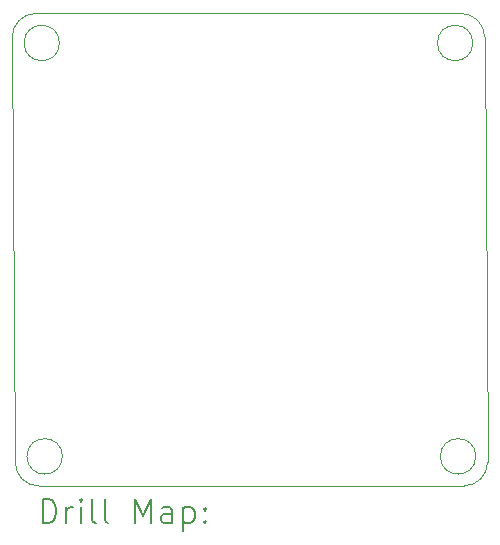
<source format=gbr>
%TF.GenerationSoftware,KiCad,Pcbnew,8.0.3*%
%TF.CreationDate,2025-03-18T19:22:54-05:00*%
%TF.ProjectId,wearable_v2_nrf,77656172-6162-46c6-955f-76325f6e7266,rev?*%
%TF.SameCoordinates,Original*%
%TF.FileFunction,Drillmap*%
%TF.FilePolarity,Positive*%
%FSLAX45Y45*%
G04 Gerber Fmt 4.5, Leading zero omitted, Abs format (unit mm)*
G04 Created by KiCad (PCBNEW 8.0.3) date 2025-03-18 19:22:54*
%MOMM*%
%LPD*%
G01*
G04 APERTURE LIST*
%ADD10C,0.050000*%
%ADD11C,0.200000*%
G04 APERTURE END LIST*
D10*
X8603921Y-5081421D02*
G75*
G02*
X8303921Y-5081421I-150000J0D01*
G01*
X8303921Y-5081421D02*
G75*
G02*
X8603921Y-5081421I150000J0D01*
G01*
X8628921Y-8581421D02*
G75*
G02*
X8328921Y-8581421I-150000J0D01*
G01*
X8328921Y-8581421D02*
G75*
G02*
X8628921Y-8581421I150000J0D01*
G01*
X8428921Y-8831421D02*
G75*
G02*
X8228919Y-8631421I-1J200001D01*
G01*
X12003921Y-4831421D02*
G75*
G02*
X12203919Y-5031421I-1J-199999D01*
G01*
X12128921Y-8581421D02*
G75*
G02*
X11828921Y-8581421I-150000J0D01*
G01*
X11828921Y-8581421D02*
G75*
G02*
X12128921Y-8581421I150000J0D01*
G01*
X8228921Y-8631421D02*
X8203921Y-5031421D01*
X12228921Y-8631421D02*
G75*
G02*
X12028921Y-8831421I-200001J1D01*
G01*
X12103921Y-5081421D02*
G75*
G02*
X11803921Y-5081421I-150000J0D01*
G01*
X11803921Y-5081421D02*
G75*
G02*
X12103921Y-5081421I150000J0D01*
G01*
X8203921Y-5031421D02*
G75*
G02*
X8403921Y-4831421I199999J1D01*
G01*
X8428921Y-8831421D02*
X12028921Y-8831421D01*
X8403921Y-4831421D02*
X12003921Y-4831421D01*
X12203921Y-5031421D02*
X12228921Y-8631421D01*
D11*
X8462198Y-9145405D02*
X8462198Y-8945405D01*
X8462198Y-8945405D02*
X8509817Y-8945405D01*
X8509817Y-8945405D02*
X8538389Y-8954929D01*
X8538389Y-8954929D02*
X8557436Y-8973977D01*
X8557436Y-8973977D02*
X8566960Y-8993024D01*
X8566960Y-8993024D02*
X8576484Y-9031119D01*
X8576484Y-9031119D02*
X8576484Y-9059691D01*
X8576484Y-9059691D02*
X8566960Y-9097786D01*
X8566960Y-9097786D02*
X8557436Y-9116834D01*
X8557436Y-9116834D02*
X8538389Y-9135881D01*
X8538389Y-9135881D02*
X8509817Y-9145405D01*
X8509817Y-9145405D02*
X8462198Y-9145405D01*
X8662198Y-9145405D02*
X8662198Y-9012072D01*
X8662198Y-9050167D02*
X8671722Y-9031119D01*
X8671722Y-9031119D02*
X8681246Y-9021596D01*
X8681246Y-9021596D02*
X8700293Y-9012072D01*
X8700293Y-9012072D02*
X8719341Y-9012072D01*
X8786008Y-9145405D02*
X8786008Y-9012072D01*
X8786008Y-8945405D02*
X8776484Y-8954929D01*
X8776484Y-8954929D02*
X8786008Y-8964453D01*
X8786008Y-8964453D02*
X8795532Y-8954929D01*
X8795532Y-8954929D02*
X8786008Y-8945405D01*
X8786008Y-8945405D02*
X8786008Y-8964453D01*
X8909817Y-9145405D02*
X8890770Y-9135881D01*
X8890770Y-9135881D02*
X8881246Y-9116834D01*
X8881246Y-9116834D02*
X8881246Y-8945405D01*
X9014579Y-9145405D02*
X8995532Y-9135881D01*
X8995532Y-9135881D02*
X8986008Y-9116834D01*
X8986008Y-9116834D02*
X8986008Y-8945405D01*
X9243151Y-9145405D02*
X9243151Y-8945405D01*
X9243151Y-8945405D02*
X9309817Y-9088262D01*
X9309817Y-9088262D02*
X9376484Y-8945405D01*
X9376484Y-8945405D02*
X9376484Y-9145405D01*
X9557436Y-9145405D02*
X9557436Y-9040643D01*
X9557436Y-9040643D02*
X9547913Y-9021596D01*
X9547913Y-9021596D02*
X9528865Y-9012072D01*
X9528865Y-9012072D02*
X9490770Y-9012072D01*
X9490770Y-9012072D02*
X9471722Y-9021596D01*
X9557436Y-9135881D02*
X9538389Y-9145405D01*
X9538389Y-9145405D02*
X9490770Y-9145405D01*
X9490770Y-9145405D02*
X9471722Y-9135881D01*
X9471722Y-9135881D02*
X9462198Y-9116834D01*
X9462198Y-9116834D02*
X9462198Y-9097786D01*
X9462198Y-9097786D02*
X9471722Y-9078739D01*
X9471722Y-9078739D02*
X9490770Y-9069215D01*
X9490770Y-9069215D02*
X9538389Y-9069215D01*
X9538389Y-9069215D02*
X9557436Y-9059691D01*
X9652674Y-9012072D02*
X9652674Y-9212072D01*
X9652674Y-9021596D02*
X9671722Y-9012072D01*
X9671722Y-9012072D02*
X9709817Y-9012072D01*
X9709817Y-9012072D02*
X9728865Y-9021596D01*
X9728865Y-9021596D02*
X9738389Y-9031119D01*
X9738389Y-9031119D02*
X9747913Y-9050167D01*
X9747913Y-9050167D02*
X9747913Y-9107310D01*
X9747913Y-9107310D02*
X9738389Y-9126358D01*
X9738389Y-9126358D02*
X9728865Y-9135881D01*
X9728865Y-9135881D02*
X9709817Y-9145405D01*
X9709817Y-9145405D02*
X9671722Y-9145405D01*
X9671722Y-9145405D02*
X9652674Y-9135881D01*
X9833627Y-9126358D02*
X9843151Y-9135881D01*
X9843151Y-9135881D02*
X9833627Y-9145405D01*
X9833627Y-9145405D02*
X9824103Y-9135881D01*
X9824103Y-9135881D02*
X9833627Y-9126358D01*
X9833627Y-9126358D02*
X9833627Y-9145405D01*
X9833627Y-9021596D02*
X9843151Y-9031119D01*
X9843151Y-9031119D02*
X9833627Y-9040643D01*
X9833627Y-9040643D02*
X9824103Y-9031119D01*
X9824103Y-9031119D02*
X9833627Y-9021596D01*
X9833627Y-9021596D02*
X9833627Y-9040643D01*
M02*

</source>
